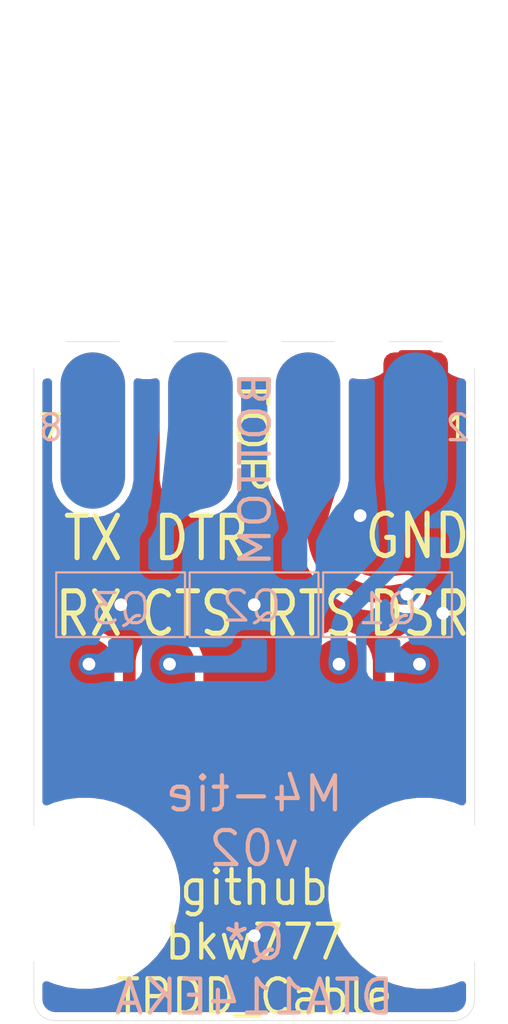
<source format=kicad_pcb>
(kicad_pcb (version 20240108) (generator "pcbnew") (generator_version "8.0")
  (title_block (title "TPDD_Cable_M4-tie") (date "2024-10-10") (rev "02") (company "b.kenyon.w@gmail.com"))
  (layers (0 "F.Cu" signal "Top") (31 "B.Cu" signal "Bottom") (34 "B.Paste" user) (35 "F.Paste" user) (36 "B.SilkS" user "B.Silkscreen") (37 "F.SilkS" user "F.Silkscreen") (38 "B.Mask" user) (39 "F.Mask" user) (44 "Edge.Cuts" user))
  (net 0 "")
  (net 1 "/CTS_TTL")
  (net 2 "/TX")
  (net 3 "GND")
  (net 4 "/RTS")
  (net 5 "/DTR")
  (net 6 "/DSR_TTL")
  (net 7 "/EB+")
  (net 8 "/RX_TTL")
  (net 9 "/DSR")
  (net 10 "/CTS")
  (net 11 "/RX")
  (footprint "000_LOCAL:npth_m3" (layer "F.Cu") (at 148.993 92.6295)
    (property "Reference" "REF**" (hide yes))
    (property "Value" "npth_m3" (hide yes))
    (pad "" np_thru_hole circle (at 0 0) (size 4 4) (drill 4) (layers "F&B.Cu" "*.Mask"))
  )
  (footprint "000_LOCAL:SMD_1.2x3" (layer "F.Cu") (at 148.893 88.1295 90)
    (property "Reference" "P6" (hide yes))
    (property "Value" "DSR" (at 1.5 0 0) (layer "F.SilkS") (effects (font (size 1 0.8) (thickness 0.12)) (justify bottom)))
    (pad "1" smd oval (at 0 0 90) (size 3 1.2) (layers "F.Cu" "F.Mask") (net 9 "/DSR"))
  )
  (footprint "000_LOCAL:SMD_1.2x3" (layer "F.Cu") (at 142.993 88.1295 90)
    (property "Reference" "P5" (hide yes))
    (property "Value" "CTS" (at 1.5 -0.75 0) (layer "F.SilkS") (effects (font (size 1 0.8) (thickness 0.12)) (justify left bottom)))
    (pad "1" smd oval (at 0 0 90) (size 3 1.2) (layers "F.Cu" "F.Mask") (net 10 "/CTS"))
  )
  (footprint "000_LOCAL:2x4x2.54mm_edge_mount" (layer "F.Cu") (at 144.993 79.6295)
    (property "Reference" "J1" (hide yes))
    (property "Value" "TPDD_RS-232C")
    (fp_text user "8" (at -4.8 2.032 0) (layer "B.SilkS") (effects (font (size 0.6096 0.6096) (thickness 0.0762)) (justify mirror)))
    (fp_text user "2" (at 4.8 2.032 0) (layer "B.SilkS") (effects (font (size 0.6096 0.6096) (thickness 0.0762)) (justify mirror)))
    (fp_text user "1" (at 4.8 2.032 0) (layer "F.SilkS") (effects (font (size 0.6096 0.6096) (thickness 0.0762))))
    (fp_text user "7" (at -4.8 2.032 0) (layer "F.SilkS") (effects (font (size 0.6096 0.6096) (thickness 0.0762))))
    (pad "" np_thru_hole circle (at -5.08 0) (size 1.27 1.27) (drill 1.27) (layers "F&B.Cu" "*.Mask"))
    (pad "" np_thru_hole circle (at -2.54 0) (size 1.27 1.27) (drill 1.27) (layers "F&B.Cu" "*.Mask"))
    (pad "" np_thru_hole circle (at 0 0) (size 1.27 1.27) (drill 1.27) (layers "F&B.Cu" "*.Mask"))
    (pad "" np_thru_hole circle (at 2.54 0) (size 1.27 1.27) (drill 1.27) (layers "F&B.Cu" "*.Mask"))
    (pad "" np_thru_hole circle (at 5.08 0) (size 1.27 1.27) (drill 1.27) (layers "F&B.Cu" "*.Mask"))
    (pad "1" smd roundrect (at 3.81 2.0955) (size 1.524 3.683) (layers "F.Cu" "F.Mask") (roundrect_rratio 0.1666666667) (net 3 "GND"))
    (pad "2" smd oval (at 3.81 2.0955) (size 1.524 3.683) (layers "B.Cu" "B.Mask") (net 4 "/RTS"))
    (pad "3" smd oval (at 1.27 2.0955) (size 1.524 3.683) (layers "F.Cu" "F.Mask") (net 6 "/DSR_TTL"))
    (pad "4" smd oval (at 1.27 2.0955) (size 1.524 3.683) (layers "B.Cu" "B.Mask") (net 1 "/CTS_TTL"))
    (pad "5" smd oval (at -1.27 2.0955) (size 1.524 3.683) (layers "F.Cu" "F.Mask") (net 5 "/DTR"))
    (pad "6" smd oval (at -1.27 2.0955) (size 1.524 3.683) (layers "B.Cu" "B.Mask") (net 8 "/RX_TTL"))
    (pad "7" smd oval (at -3.809999 2.0955) (size 1.523998 3.683) (layers "F.Cu" "F.Mask") (net 2 "/TX"))
    (pad "8" smd oval (at -3.81 2.0955) (size 1.524 3.683) (layers "B.Cu" "B.Mask") (net 7 "/EB+"))
  )
  (footprint "000_LOCAL:npth_m3" (layer "F.Cu") (at 140.993 92.6295)
    (property "Reference" "REF**" (hide yes))
    (property "Value" "npth_m3" (hide yes))
    (pad "" np_thru_hole circle (at 0 0) (size 4 4) (drill 4) (layers "F&B.Cu" "*.Mask"))
  )
  (footprint "000_LOCAL:SMD_1.2x3" (layer "F.Cu") (at 146.993 88.1295 90)
    (property "Reference" "P4" (hide yes))
    (property "Value" "RTS" (at 1.5 0.5 0) (layer "F.SilkS") (effects (font (size 1 0.8) (thickness 0.12)) (justify right bottom)))
    (pad "1" smd oval (at 0 0 90) (size 3 1.2) (layers "F.Cu" "F.Mask") (net 4 "/RTS"))
  )
  (footprint "000_LOCAL:SMD_1.2x3" (layer "F.Cu") (at 141.093 88.1295 90)
    (property "Reference" "P3" (hide yes))
    (property "Value" "RX" (at 1.5 0 0) (layer "F.SilkS") (effects (font (size 1 0.8) (thickness 0.12)) (justify bottom)))
    (pad "1" smd oval (at 0 0 90) (size 3 1.2) (layers "F.Cu" "F.Mask") (net 11 "/RX"))
  )
  (footprint "000_LOCAL:SC-59" (layer "B.Cu") (at 141.843 85.8295 -90)
    (property "Reference" "Q3" (at -0.3175 0.762 0) (layer "B.SilkS") (effects (font (size 0.7112 0.7112) (thickness 0.0762)) (justify right top mirror)))
    (property "Value" "DTA114EKA" (hide yes))
    (fp_line (start 0.762 1.524) (end -0.762 1.524) (stroke (width 0.0508)) (layer "B.SilkS"))
    (fp_line (start -0.762 -1.516) (end -0.762 1.524) (stroke (width 0.0508)) (layer "B.SilkS"))
    (fp_line (start 0.762 -1.516) (end 0.762 1.524) (stroke (width 0.0508)) (layer "B.SilkS"))
    (fp_line (start 0.762 -1.516) (end -0.762 -1.516) (stroke (width 0.0508)) (layer "B.SilkS"))
    (pad "1" smd roundrect (at -1.2 0.95 270) (size 0.8 0.6) (layers "B.Cu" "B.Paste" "B.Mask") (roundrect_rratio 0.15) (net 3 "GND"))
    (pad "2" smd roundrect (at -1.2 -0.95 270) (size 0.8 0.6) (layers "B.Cu" "B.Paste" "B.Mask") (roundrect_rratio 0.15) (net 8 "/RX_TTL"))
    (pad "3" smd roundrect (at 1.2 0 270) (size 0.8 0.6) (layers "B.Cu" "B.Paste" "B.Mask") (roundrect_rratio 0.15) (net 11 "/RX"))
  )
  (footprint "000_LOCAL:SC-59" (layer "B.Cu") (at 148.143 85.8295 -90)
    (property "Reference" "Q1" (at -0.3175 0.762 0) (layer "B.SilkS") (effects (font (size 0.7112 0.7112) (thickness 0.0762)) (justify right top mirror)))
    (property "Value" "DTA114EKA" (hide yes))
    (fp_line (start 0.762 1.524) (end -0.762 1.524) (stroke (width 0.0508)) (layer "B.SilkS"))
    (fp_line (start -0.762 -1.516) (end -0.762 1.524) (stroke (width 0.0508)) (layer "B.SilkS"))
    (fp_line (start 0.762 -1.516) (end 0.762 1.524) (stroke (width 0.0508)) (layer "B.SilkS"))
    (fp_line (start 0.762 -1.516) (end -0.762 -1.516) (stroke (width 0.0508)) (layer "B.SilkS"))
    (pad "1" smd roundrect (at -1.2 0.95 270) (size 0.8 0.6) (layers "B.Cu" "B.Paste" "B.Mask") (roundrect_rratio 0.15) (net 3 "GND"))
    (pad "2" smd roundrect (at -1.2 -0.95 270) (size 0.8 0.6) (layers "B.Cu" "B.Paste" "B.Mask") (roundrect_rratio 0.15) (net 6 "/DSR_TTL"))
    (pad "3" smd roundrect (at 1.2 0 270) (size 0.8 0.6) (layers "B.Cu" "B.Paste" "B.Mask") (roundrect_rratio 0.15) (net 9 "/DSR"))
  )
  (footprint "000_LOCAL:SC-59" (layer "B.Cu") (at 144.993 85.8295 -90)
    (property "Reference" "Q2" (at -0.381 0.8255 0) (layer "B.SilkS") (effects (font (size 0.7112 0.7112) (thickness 0.0762)) (justify right top mirror)))
    (property "Value" "DTA114EKA" (hide yes))
    (fp_line (start 0.762 1.524) (end -0.762 1.524) (stroke (width 0.0508)) (layer "B.SilkS"))
    (fp_line (start -0.762 -1.516) (end -0.762 1.524) (stroke (width 0.0508)) (layer "B.SilkS"))
    (fp_line (start 0.762 -1.516) (end 0.762 1.524) (stroke (width 0.0508)) (layer "B.SilkS"))
    (fp_line (start 0.762 -1.516) (end -0.762 -1.516) (stroke (width 0.0508)) (layer "B.SilkS"))
    (pad "1" smd roundrect (at -1.2 0.95 270) (size 0.8 0.6) (layers "B.Cu" "B.Paste" "B.Mask") (roundrect_rratio 0.15) (net 3 "GND"))
    (pad "2" smd roundrect (at -1.2 -0.95 270) (size 0.8 0.6) (layers "B.Cu" "B.Paste" "B.Mask") (roundrect_rratio 0.15) (net 1 "/CTS_TTL"))
    (pad "3" smd roundrect (at 1.2 0 270) (size 0.8 0.6) (layers "B.Cu" "B.Paste" "B.Mask") (roundrect_rratio 0.15) (net 10 "/CTS"))
  )
  (gr_line (start 140.293 95.6295) (end 149.693 95.6295) (stroke (width 0.0127)) (layer "Edge.Cuts"))
  (gr_line (start 150.193 95.1295) (end 150.193 79.6295) (stroke (width 0.0127)) (layer "Edge.Cuts"))
  (gr_line (start 139.793 95.1295) (end 139.793 79.6295) (stroke (width 0.0127)) (layer "Edge.Cuts"))
  (gr_arc (start 140.293 95.6295) (mid 139.939447 95.483053) (end 139.793 95.1295) (stroke (width 0.0127)) (layer "Edge.Cuts"))
  (gr_arc (start 150.193 95.1295) (mid 150.046553 95.483053) (end 149.693 95.6295) (stroke (width 0.0127)) (layer "Edge.Cuts"))
  (gr_line (start 139.793 79.6295) (end 150.193 79.6295) (stroke (width 0.0127)) (layer "Edge.Cuts"))
  (gr_text "Q*\n${00000000-0000-0000-0000-00005d2d4345:VALUE}" (at 144.993 94.4295 0) (layer "B.SilkS") (effects (font (size 0.8 0.8) (thickness 0.1)) (justify mirror)))
  (gr_text "BOTTOM" (at 145.018 82.6295 90) (layer "B.SilkS") (effects (font (size 0.7 0.8) (thickness 0.1)) (justify mirror)))
  (gr_text "M4-tie\nv${REVISION}" (at 144.993 90.9295 0) (layer "B.SilkS") (effects (font (size 0.8 0.8) (thickness 0.1)) (justify mirror)))
  (gr_text "TOP" (at 144.943 81.8295 270) (layer "F.SilkS") (effects (font (size 0.7 1) (thickness 0.1))))
  (gr_text "github\nbkw777\nTPDD_Cable" (at 144.993 93.7795 0) (layer "F.SilkS") (effects (font (size 0.8 0.75) (thickness 0.1))))
  (gr_text "TX" (at 141.193 83.6795 0) (layer "F.SilkS") (effects (font (size 1 0.8) (thickness 0.12)) (justify top)))
  (gr_text "GND" (at 148.843 83.6295 0) (layer "F.SilkS") (effects (font (size 1 0.8) (thickness 0.12)) (justify top)))
  (gr_text "DTR" (at 143.743 83.6795 0) (layer "F.SilkS") (effects (font (size 1 0.8) (thickness 0.12)) (justify top)))
  (segment (start 146.043 84.5295) (end 146.043 81.945) (width 0.4) (layer "B.Cu") (net 1))
  (segment (start 145.943 84.6295) (end 146.043 84.5295) (width 0.4) (layer "B.Cu") (net 1))
  (segment (start 146.043 81.945) (end 146.263 81.725) (width 0.4) (layer "B.Cu") (net 1))
  (via (at 144.993 93.6295) (size 0.5) (drill 0.3) (layers "F.Cu" "B.Cu") (net 3))
  (via (at 144.993 85.8295) (size 0.5) (drill 0.3) (layers "F.Cu" "B.Cu") (net 3))
  (via (at 141.843 85.8295) (size 0.5) (drill 0.3) (layers "F.Cu" "B.Cu") (net 3))
  (via (at 149.443 86.0295) (size 0.5) (drill 0.3) (layers "F.Cu" "B.Cu") (net 3))
  (via (at 147.493 83.7295) (size 0.5) (drill 0.3) (layers "F.Cu" "B.Cu") (net 3))
  (via (at 146.993 87.2295) (size 0.5) (drill 0.3) (layers "F.Cu" "B.Cu") (net 4))
  (segment (start 148.343 82.185) (end 148.803 81.725) (width 0.4) (layer "B.Cu") (net 4))
  (segment (start 146.993 87.2295) (end 146.993 86.510871) (width 0.4) (layer "B.Cu") (net 4))
  (segment (start 148.343 84.498129) (end 148.343 82.185) (width 0.4) (layer "B.Cu") (net 4))
  (segment (start 147.227315 85.945185) (end 148.108686 85.063814) (width 0.4) (layer "B.Cu") (net 4))
  (arc (start 147.227315 85.945185) (mid 147.053896 86.204724) (end 146.993 86.510871) (width 0.4) (layer "B.Cu") (net 4))
  (arc (start 148.343 84.498129) (mid 148.282104 84.804275) (end 148.108686 85.063814) (width 0.4) (layer "B.Cu") (net 4))
  (segment (start 146.443 84.0795) (end 146.443 81.905) (width 0.4) (layer "F.Cu") (net 6))
  (segment (start 146.443 81.905) (end 146.263 81.725) (width 0.4) (layer "F.Cu") (net 6))
  (segment (start 148.593 85.5795) (end 147.943 85.5795) (width 0.4) (layer "F.Cu") (net 6))
  (via (at 148.593 85.5795) (size 0.5) (drill 0.3) (layers "F.Cu" "B.Cu") (net 6))
  (arc (start 146.443 84.0795) (mid 146.88234 85.14016) (end 147.943 85.5795) (width 0.4) (layer "F.Cu") (net 6))
  (segment (start 148.593 85.5795) (end 149.093 85.0795) (width 0.4) (layer "B.Cu") (net 6))
  (segment (start 149.093 85.0795) (end 149.093 84.6295) (width 0.4) (layer "B.Cu") (net 6))
  (segment (start 142.893 84.5295) (end 142.893 83.7295) (width 0.4) (layer "B.Cu") (net 8))
  (segment (start 142.793 84.6295) (end 142.893 84.5295) (width 0.4) (layer "B.Cu") (net 8))
  (segment (start 143.723 82.8995) (end 143.723 81.725) (width 0.4) (layer "B.Cu") (net 8))
  (segment (start 142.893 83.7295) (end 143.723 82.8995) (width 0.4) (layer "B.Cu") (net 8))
  (via (at 148.893 87.2295) (size 0.5) (drill 0.3) (layers "F.Cu" "B.Cu") (net 9))
  (segment (start 148.143 87.0295) (end 148.343 87.2295) (width 0.4) (layer "B.Cu") (net 9))
  (segment (start 148.343 87.2295) (end 148.893 87.2295) (width 0.4) (layer "B.Cu") (net 9))
  (via (at 142.993 87.2295) (size 0.5) (drill 0.3) (layers "F.Cu" "B.Cu") (net 10))
  (segment (start 144.993 87.0295) (end 144.793 87.2295) (width 0.4) (layer "B.Cu") (net 10))
  (segment (start 144.793 87.2295) (end 142.993 87.2295) (width 0.4) (layer "B.Cu") (net 10))
  (via (at 141.093 87.2295) (size 0.5) (drill 0.3) (layers "F.Cu" "B.Cu") (net 11))
  (segment (start 141.843 87.0295) (end 141.643 87.2295) (width 0.4) (layer "B.Cu") (net 11))
  (segment (start 141.643 87.2295) (end 141.093 87.2295) (width 0.4) (layer "B.Cu") (net 11))
  (zone (net 3) (net_name "GND") (layers "F&B.Cu") (connect_pads yes (clearance 0.2)) (min_thickness 0.19) (fill yes (thermal_gap 0.2) (thermal_bridge_width 0.4) (smoothing fillet) (radius 0.1))
    (polygon (pts (xy 150.193 95.6295) (xy 139.793 95.6295) (xy 139.793 79.6295) (xy 150.193 79.6295)))
  )
)
</source>
